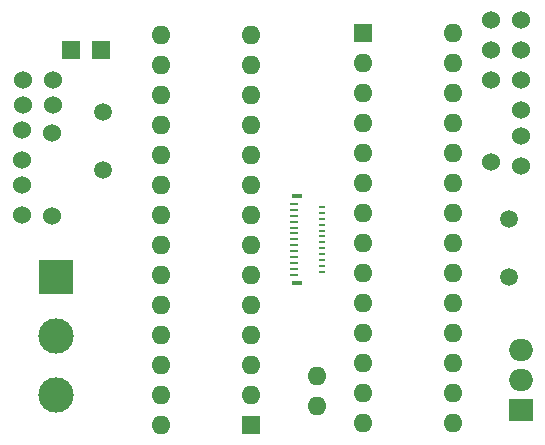
<source format=gbr>
%TF.GenerationSoftware,KiCad,Pcbnew,7.0.6-0*%
%TF.CreationDate,2024-03-12T16:57:41-04:00*%
%TF.ProjectId,Bai_channels,4261695f-6368-4616-9e6e-656c732e6b69,rev?*%
%TF.SameCoordinates,Original*%
%TF.FileFunction,Soldermask,Top*%
%TF.FilePolarity,Negative*%
%FSLAX46Y46*%
G04 Gerber Fmt 4.6, Leading zero omitted, Abs format (unit mm)*
G04 Created by KiCad (PCBNEW 7.0.6-0) date 2024-03-12 16:57:41*
%MOMM*%
%LPD*%
G01*
G04 APERTURE LIST*
%ADD10C,1.524000*%
%ADD11C,1.500000*%
%ADD12O,1.600000X1.600000*%
%ADD13R,3.000000X3.000000*%
%ADD14C,3.000000*%
%ADD15R,1.600000X1.600000*%
%ADD16R,2.000000X1.905000*%
%ADD17O,2.000000X1.905000*%
%ADD18R,1.524000X1.524000*%
%ADD19R,0.720000X0.250000*%
%ADD20R,0.570000X0.250000*%
%ADD21R,0.950000X0.400000*%
G04 APERTURE END LIST*
D10*
%TO.C,C7*%
X177295000Y-81595000D03*
X174755000Y-81595000D03*
%TD*%
D11*
%TO.C,16MHz1*%
X141975000Y-86855000D03*
X141975000Y-91735000D03*
%TD*%
D12*
%TO.C,J2*%
X160020000Y-109220000D03*
X160020000Y-111760000D03*
%TD*%
D13*
%TO.C,RV1*%
X137975000Y-100855000D03*
D14*
X137975000Y-105855000D03*
X137975000Y-110855000D03*
%TD*%
D15*
%TO.C,U4*%
X163975000Y-80155000D03*
D12*
X163975000Y-82695000D03*
X163975000Y-85235000D03*
X163975000Y-87775000D03*
X163975000Y-90315000D03*
X163975000Y-92855000D03*
X163975000Y-95395000D03*
X163975000Y-97935000D03*
X163975000Y-100475000D03*
X163975000Y-103015000D03*
X163975000Y-105555000D03*
X163975000Y-108095000D03*
X163975000Y-110635000D03*
X163975000Y-113175000D03*
X171595000Y-113175000D03*
X171595000Y-110635000D03*
X171595000Y-108095000D03*
X171595000Y-105555000D03*
X171595000Y-103015000D03*
X171595000Y-100475000D03*
X171595000Y-97935000D03*
X171595000Y-95395000D03*
X171595000Y-92855000D03*
X171595000Y-90315000D03*
X171595000Y-87775000D03*
X171595000Y-85235000D03*
X171595000Y-82695000D03*
X171595000Y-80155000D03*
%TD*%
D15*
%TO.C,U3*%
X154435000Y-113360000D03*
D12*
X154435000Y-110820000D03*
X154435000Y-108280000D03*
X154435000Y-105740000D03*
X154435000Y-103200000D03*
X154435000Y-100660000D03*
X154435000Y-98120000D03*
X154435000Y-95580000D03*
X154435000Y-93040000D03*
X154435000Y-90500000D03*
X154435000Y-87960000D03*
X154435000Y-85420000D03*
X154435000Y-82880000D03*
X154435000Y-80340000D03*
X146815000Y-80340000D03*
X146815000Y-82880000D03*
X146815000Y-85420000D03*
X146815000Y-87960000D03*
X146815000Y-90500000D03*
X146815000Y-93040000D03*
X146815000Y-95580000D03*
X146815000Y-98120000D03*
X146815000Y-100660000D03*
X146815000Y-103200000D03*
X146815000Y-105740000D03*
X146815000Y-108280000D03*
X146815000Y-110820000D03*
X146815000Y-113360000D03*
%TD*%
D10*
%TO.C,C8*%
X177295000Y-91455000D03*
X177295000Y-88915000D03*
%TD*%
%TO.C,C1*%
X177295000Y-79055000D03*
X174755000Y-79055000D03*
%TD*%
%TO.C,C5*%
X135075000Y-95555000D03*
X135075000Y-93015000D03*
%TD*%
D16*
%TO.C,U2*%
X177295000Y-112075000D03*
D17*
X177295000Y-109535000D03*
X177295000Y-106995000D03*
%TD*%
D10*
%TO.C,C4*%
X177295000Y-86675000D03*
X177295000Y-84135000D03*
%TD*%
D11*
%TO.C,16MHz2*%
X176325000Y-95955000D03*
X176325000Y-100835000D03*
%TD*%
D10*
%TO.C,C3*%
X137675000Y-86255000D03*
X135135000Y-86255000D03*
%TD*%
%TO.C,R2*%
X174755000Y-84135000D03*
X174755000Y-91135000D03*
%TD*%
%TO.C,R1*%
X137575000Y-88655000D03*
X137575000Y-95655000D03*
%TD*%
D18*
%TO.C,U1*%
X141735000Y-81595000D03*
X139195000Y-81595000D03*
%TD*%
D10*
%TO.C,C2*%
X135125000Y-84135000D03*
X137665000Y-84135000D03*
%TD*%
D19*
%TO.C,J1*%
X158105001Y-94650001D03*
D20*
X160505001Y-94899937D03*
D19*
X158105001Y-95150001D03*
D20*
X160505001Y-95399937D03*
D19*
X158105001Y-95650001D03*
D20*
X160505001Y-95899937D03*
D19*
X158105001Y-96150001D03*
D20*
X160505001Y-96399937D03*
D19*
X158105001Y-96650001D03*
D20*
X160505001Y-96899937D03*
D19*
X158105001Y-97150001D03*
D20*
X160505001Y-97399937D03*
D19*
X158105001Y-97649993D03*
D20*
X160505001Y-97899937D03*
D19*
X158105001Y-98150001D03*
D20*
X160505001Y-98399937D03*
D19*
X158105001Y-98650001D03*
D20*
X160505001Y-98899937D03*
D19*
X158105001Y-99150001D03*
D20*
X160505001Y-99399937D03*
D19*
X158105001Y-99650001D03*
D20*
X160505001Y-99899937D03*
D19*
X158105001Y-100150001D03*
D20*
X160505001Y-100399937D03*
D19*
X158105001Y-100650001D03*
D21*
X158370002Y-93980000D03*
X158370002Y-101319986D03*
%TD*%
D10*
%TO.C,C6*%
X135075000Y-88355000D03*
X135075000Y-90895000D03*
%TD*%
M02*

</source>
